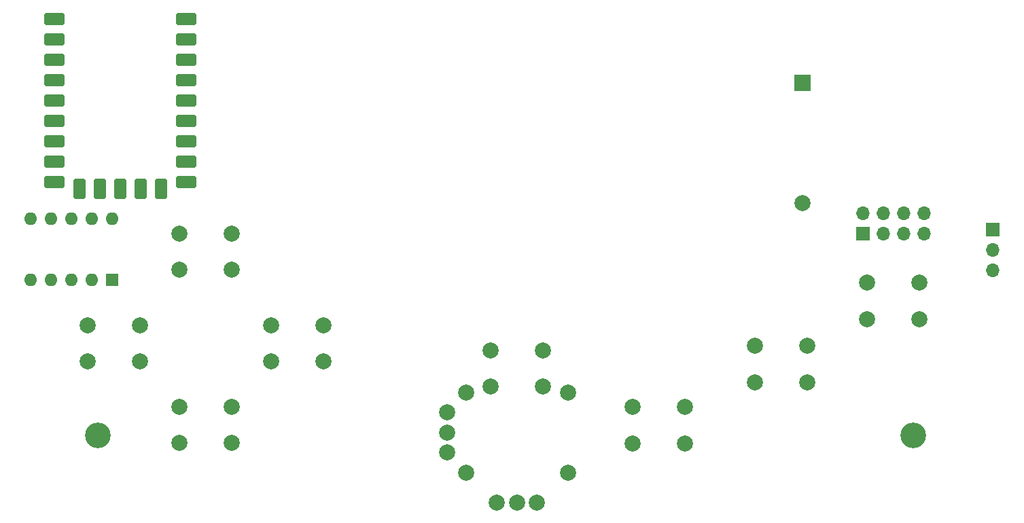
<source format=gbs>
G04 #@! TF.GenerationSoftware,KiCad,Pcbnew,(6.0.9)*
G04 #@! TF.CreationDate,2022-12-06T16:10:30-05:00*
G04 #@! TF.ProjectId,rf_controller_hw,72665f63-6f6e-4747-926f-6c6c65725f68,rev?*
G04 #@! TF.SameCoordinates,Original*
G04 #@! TF.FileFunction,Soldermask,Bot*
G04 #@! TF.FilePolarity,Negative*
%FSLAX46Y46*%
G04 Gerber Fmt 4.6, Leading zero omitted, Abs format (unit mm)*
G04 Created by KiCad (PCBNEW (6.0.9)) date 2022-12-06 16:10:30*
%MOMM*%
%LPD*%
G01*
G04 APERTURE LIST*
G04 Aperture macros list*
%AMRoundRect*
0 Rectangle with rounded corners*
0 $1 Rounding radius*
0 $2 $3 $4 $5 $6 $7 $8 $9 X,Y pos of 4 corners*
0 Add a 4 corners polygon primitive as box body*
4,1,4,$2,$3,$4,$5,$6,$7,$8,$9,$2,$3,0*
0 Add four circle primitives for the rounded corners*
1,1,$1+$1,$2,$3*
1,1,$1+$1,$4,$5*
1,1,$1+$1,$6,$7*
1,1,$1+$1,$8,$9*
0 Add four rect primitives between the rounded corners*
20,1,$1+$1,$2,$3,$4,$5,0*
20,1,$1+$1,$4,$5,$6,$7,0*
20,1,$1+$1,$6,$7,$8,$9,0*
20,1,$1+$1,$8,$9,$2,$3,0*%
G04 Aperture macros list end*
%ADD10RoundRect,0.400000X-0.900000X-0.400000X0.900000X-0.400000X0.900000X0.400000X-0.900000X0.400000X0*%
%ADD11RoundRect,0.400050X-0.899950X-0.400050X0.899950X-0.400050X0.899950X0.400050X-0.899950X0.400050X0*%
%ADD12RoundRect,0.400000X-0.400000X-0.900000X0.400000X-0.900000X0.400000X0.900000X-0.400000X0.900000X0*%
%ADD13RoundRect,0.393700X-0.393700X-0.906300X0.393700X-0.906300X0.393700X0.906300X-0.393700X0.906300X0*%
%ADD14C,2.000000*%
%ADD15C,3.200000*%
%ADD16R,1.700000X1.700000*%
%ADD17O,1.700000X1.700000*%
%ADD18C,1.998980*%
%ADD19R,2.000000X2.000000*%
%ADD20R,1.600000X1.600000*%
%ADD21O,1.600000X1.600000*%
G04 APERTURE END LIST*
D10*
X112551000Y-47169000D03*
X112551000Y-49709000D03*
X112551000Y-52249000D03*
X112551000Y-54789000D03*
X112551000Y-57329000D03*
D11*
X112551000Y-59869000D03*
X112551000Y-62409000D03*
X112551000Y-64949000D03*
X112551000Y-67489000D03*
D12*
X109411000Y-68299000D03*
D13*
X106871000Y-68299000D03*
X104331000Y-68299000D03*
X101791000Y-68299000D03*
X99251000Y-68299000D03*
D11*
X96111000Y-67489000D03*
X96111000Y-64949000D03*
X96111000Y-62409000D03*
X96111000Y-59869000D03*
X96111000Y-57329000D03*
X96111000Y-54789000D03*
X96111000Y-52249000D03*
X96111000Y-49709000D03*
X96111000Y-47169000D03*
D14*
X183440000Y-87920000D03*
X189940000Y-87920000D03*
X189940000Y-92420000D03*
X183440000Y-92420000D03*
D15*
X203200000Y-99060000D03*
D14*
X118260000Y-73914000D03*
X111760000Y-73914000D03*
X118260000Y-78414000D03*
X111760000Y-78414000D03*
X111760000Y-95504000D03*
X118260000Y-95504000D03*
X111760000Y-100004000D03*
X118260000Y-100004000D03*
X100330000Y-85344000D03*
X106830000Y-85344000D03*
X100330000Y-89844000D03*
X106830000Y-89844000D03*
X197410000Y-80046000D03*
X203910000Y-80046000D03*
X203910000Y-84546000D03*
X197410000Y-84546000D03*
D16*
X213106000Y-73421000D03*
D17*
X213106000Y-75961000D03*
X213106000Y-78501000D03*
D16*
X196877000Y-73946500D03*
D17*
X196877000Y-71406500D03*
X199417000Y-73946500D03*
X199417000Y-71406500D03*
X201957000Y-73946500D03*
X201957000Y-71406500D03*
X204497000Y-73946500D03*
X204497000Y-71406500D03*
D14*
X160120095Y-103705670D03*
X160120095Y-93705670D03*
D18*
X150543895Y-92955670D03*
D14*
X147470095Y-103705670D03*
D18*
X150543895Y-88455670D03*
D14*
X147470095Y-93705670D03*
D18*
X157046295Y-92955670D03*
X157046295Y-88455670D03*
X145065095Y-101205030D03*
X145065095Y-98705670D03*
X145065095Y-96206310D03*
X156294455Y-107435670D03*
X153795095Y-107435670D03*
X151295735Y-107435670D03*
D14*
X123190000Y-85344000D03*
X129690000Y-85344000D03*
X123190000Y-89844000D03*
X129690000Y-89844000D03*
X168200000Y-95540000D03*
X174700000Y-95540000D03*
X174700000Y-100040000D03*
X168200000Y-100040000D03*
D15*
X101600000Y-99060000D03*
D19*
X189331000Y-55111000D03*
D14*
X189331000Y-70101000D03*
D20*
X103373000Y-79713500D03*
D21*
X100833000Y-79713500D03*
X98293000Y-79713500D03*
X95753000Y-79713500D03*
X93213000Y-79713500D03*
X93213000Y-72093500D03*
X95753000Y-72093500D03*
X98293000Y-72093500D03*
X100833000Y-72093500D03*
X103373000Y-72093500D03*
M02*

</source>
